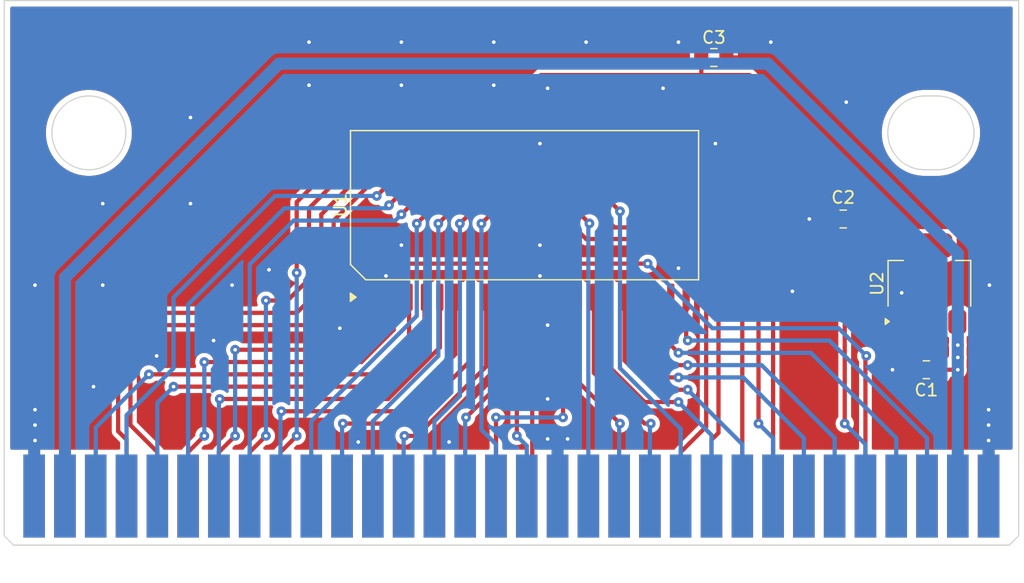
<source format=kicad_pcb>
(kicad_pcb (version 20241229) (generator "pcbnew") (generator_version "9.0")
  (title_block (title "SEGA MD Cart SOP") (date "2026-02-10") (company "JRBVZ"))
  (layers (0 "F.Cu" signal) (2 "B.Cu" signal) (13 "F.Paste" user) (15 "B.Paste" user) (5 "F.SilkS" user "F.Silkscreen") (7 "B.SilkS" user "B.Silkscreen") (1 "F.Mask" user) (3 "B.Mask" user) (25 "Edge.Cuts" user))
  (net 0 "")
  (net 1 "+5V")
  (net 2 "/A8")
  (net 3 "/A9")
  (net 4 "/A17")
  (net 5 "/D15")
  (net 6 "/D14")
  (net 7 "/D13")
  (net 8 "/D12")
  (net 9 "/A7")
  (net 10 "/A10")
  (net 11 "/A6")
  (net 12 "/A11")
  (net 13 "/A5")
  (net 14 "/A12")
  (net 15 "/A4")
  (net 16 "/A13")
  (net 17 "/A3")
  (net 18 "/A14")
  (net 19 "/A2")
  (net 20 "/A15")
  (net 21 "/A1")
  (net 22 "/A16")
  (net 23 "/D7")
  (net 24 "/D0")
  (net 25 "/D8")
  (net 26 "/D6")
  (net 27 "/D1")
  (net 28 "/D9")
  (net 29 "/D5")
  (net 30 "/D2")
  (net 31 "/D10")
  (net 32 "/D4")
  (net 33 "/D3")
  (net 34 "/D11")
  (net 35 "/A18")
  (net 36 "GND")
  (net 37 "/A19")
  (net 38 "/A20")
  (net 39 "+3.3V")
  (net 40 "/~{OE}")
  (net 45 "/~{CE}")
  (net 59 "/~{WE}")
  (net 60 "/A21")
  (footprint "Package_TO_SOT_SMD:SOT-223-3_TabPin2" (layer "F.Cu") (at 124.714 78.486 90)
    (property "Reference" "U2" (at 0 -4.318 90) (layer "F.SilkS"))
    (property "Value" "AMS1117-3.3")
    (fp_line (start 1.91 -3.41) (end 1.91 -2.15) (stroke (width 0.12)) (layer "F.SilkS"))
    (fp_line (start -1.85 -3.41) (end 1.91 -3.41) (stroke (width 0.12)) (layer "F.SilkS"))
    (fp_line (start 1.91 3.41) (end 1.91 2.15) (stroke (width 0.12)) (layer "F.SilkS"))
    (fp_line (start -1.85 3.41) (end 1.91 3.41) (stroke (width 0.12)) (layer "F.SilkS"))
    (fp_poly (pts (xy -3.13 -3.31) (xy -3.37 -3.64) (xy -2.89 -3.64) (xy -3.13 -3.31)) (stroke (width 0.12)) (fill yes) (layer "F.SilkS"))
    (pad "1" smd roundrect (at -3.15 -2.3 90) (size 2 1.5) (layers "F.Cu" "F.Mask" "F.Paste") (net 36 "GND"))
    (pad "2" smd roundrect (at -3.15 0 90) (size 2 1.5) (layers "F.Cu" "F.Mask" "F.Paste") (net 39 "+3.3V"))
    (pad "2" smd roundrect (at 3.15 0 90) (size 2 3.8) (layers "F.Cu" "F.Mask" "F.Paste") (net 39 "+3.3V"))
    (pad "3" smd roundrect (at -3.15 2.3 90) (size 2 1.5) (layers "F.Cu" "F.Mask" "F.Paste") (net 1 "+5V"))
  )
  (footprint "Capacitor_SMD:C_0805_2012Metric_Pad1.18x1.45mm_HandSolder" (layer "F.Cu") (at 124.46 85.598 180)
    (property "Reference" "C1" (at 0 -1.68 0) (layer "F.SilkS"))
    (property "Value" "10uF")
    (fp_line (start -0.261252 0.735) (end 0.261252 0.735) (stroke (width 0.12)) (layer "F.SilkS"))
    (fp_line (start -0.261252 -0.735) (end 0.261252 -0.735) (stroke (width 0.12)) (layer "F.SilkS"))
    (pad "1" smd roundrect (at -1.0375 0 180) (size 1.175 1.45) (layers "F.Cu" "F.Mask" "F.Paste") (roundrect_rratio 0.212766) (net 1 "+5V"))
    (pad "2" smd roundrect (at 1.0375 0 180) (size 1.175 1.45) (layers "F.Cu" "F.Mask" "F.Paste") (roundrect_rratio 0.212766) (net 36 "GND"))
  )
  (footprint "SEGA-Cart_lib:SOP-44_P1.27mm_HandSolder" (layer "F.Cu") (at 91.313 72.009 90)
    (property "Reference" "U1" (at 0 -15.2 90) (layer "F.SilkS"))
    (property "Value" "MX29L3211")
    (fp_line (start 6.16 -14.36) (end 6.16 14.36) (stroke (width 0.12)) (layer "F.SilkS"))
    (fp_line (start -4.9 -14.36) (end 6.16 -14.36) (stroke (width 0.12)) (layer "F.SilkS"))
    (fp_line (start -6.16 -13.1) (end -4.9 -14.36) (stroke (width 0.12)) (layer "F.SilkS"))
    (fp_line (start 6.16 14.36) (end -6.16 14.36) (stroke (width 0.12)) (layer "F.SilkS"))
    (fp_line (start -6.16 14.36) (end -6.16 -13.1) (stroke (width 0.12)) (layer "F.SilkS"))
    (fp_poly (pts (xy -7.6 -13.9) (xy -7.94 -14.37) (xy -7.26 -14.37)) (stroke (width 0.12)) (fill yes) (layer "F.SilkS"))
    (pad "1" smd roundrect (at -7.6 -13.335 90) (size 2.25 0.6) (layers "F.Cu" "F.Mask" "F.Paste") (net 59 "/~{WE}"))
    (pad "2" smd roundrect (at -7.6 -12.065 90) (size 2.25 0.6) (layers "F.Cu" "F.Mask" "F.Paste") (net 37 "/A19"))
    (pad "3" smd roundrect (at -7.6 -10.795 90) (size 2.25 0.6) (layers "F.Cu" "F.Mask" "F.Paste") (net 35 "/A18"))
    (pad "4" smd roundrect (at -7.6 -9.525 90) (size 2.25 0.6) (layers "F.Cu" "F.Mask" "F.Paste") (net 2 "/A8"))
    (pad "5" smd roundrect (at -7.6 -8.255 90) (size 2.25 0.6) (layers "F.Cu" "F.Mask" "F.Paste") (net 9 "/A7"))
    (pad "6" smd roundrect (at -7.6 -6.985 90) (size 2.25 0.6) (layers "F.Cu" "F.Mask" "F.Paste") (net 11 "/A6"))
    (pad "7" smd roundrect (at -7.6 -5.715 90) (size 2.25 0.6) (layers "F.Cu" "F.Mask" "F.Paste") (net 13 "/A5"))
    (pad "8" smd roundrect (at -7.6 -4.445 90) (size 2.25 0.6) (layers "F.Cu" "F.Mask" "F.Paste") (net 15 "/A4"))
    (pad "9" smd roundrect (at -7.6 -3.175 90) (size 2.25 0.6) (layers "F.Cu" "F.Mask" "F.Paste") (net 17 "/A3"))
    (pad "10" smd roundrect (at -7.6 -1.905 90) (size 2.25 0.6) (layers "F.Cu" "F.Mask" "F.Paste") (net 19 "/A2"))
    (pad "11" smd roundrect (at -7.6 -0.635 90) (size 2.25 0.6) (layers "F.Cu" "F.Mask" "F.Paste") (net 21 "/A1"))
    (pad "12" smd roundrect (at -7.6 0.635 90) (size 2.25 0.6) (layers "F.Cu" "F.Mask" "F.Paste") (net 45 "/~{CE}"))
    (pad "13" smd roundrect (at -7.6 1.905 90) (size 2.25 0.6) (layers "F.Cu" "F.Mask" "F.Paste") (net 36 "GND"))
    (pad "14" smd roundrect (at -7.6 3.175 90) (size 2.25 0.6) (layers "F.Cu" "F.Mask" "F.Paste") (net 40 "/~{OE}"))
    (pad "15" smd roundrect (at -7.6 4.445 90) (size 2.25 0.6) (layers "F.Cu" "F.Mask" "F.Paste") (net 24 "/D0"))
    (pad "16" smd roundrect (at -7.6 5.715 90) (size 2.25 0.6) (layers "F.Cu" "F.Mask" "F.Paste") (net 25 "/D8"))
    (pad "17" smd roundrect (at -7.6 6.985 90) (size 2.25 0.6) (layers "F.Cu" "F.Mask" "F.Paste") (net 27 "/D1"))
    (pad "18" smd roundrect (at -7.6 8.255 90) (size 2.25 0.6) (layers "F.Cu" "F.Mask" "F.Paste") (net 28 "/D9"))
    (pad "19" smd roundrect (at -7.6 9.525 90) (size 2.25 0.6) (layers "F.Cu" "F.Mask" "F.Paste") (net 30 "/D2"))
    (pad "20" smd roundrect (at -7.6 10.795 90) (size 2.25 0.6) (layers "F.Cu" "F.Mask" "F.Paste") (net 31 "/D10"))
    (pad "21" smd roundrect (at -7.6 12.065 90) (size 2.25 0.6) (layers "F.Cu" "F.Mask" "F.Paste") (net 33 "/D3"))
    (pad "22" smd roundrect (at -7.6 13.335 90) (size 2.25 0.6) (layers "F.Cu" "F.Mask" "F.Paste") (net 34 "/D11"))
    (pad "23" smd roundrect (at 7.6 13.335 90) (size 2.25 0.6) (layers "F.Cu" "F.Mask" "F.Paste") (net 39 "+3.3V"))
    (pad "24" smd roundrect (at 7.6 12.065 90) (size 2.25 0.6) (layers "F.Cu" "F.Mask" "F.Paste") (net 32 "/D4"))
    (pad "25" smd roundrect (at 7.6 10.795 90) (size 2.25 0.6) (layers "F.Cu" "F.Mask" "F.Paste") (net 8 "/D12"))
    (pad "26" smd roundrect (at 7.6 9.525 90) (size 2.25 0.6) (layers "F.Cu" "F.Mask" "F.Paste") (net 29 "/D5"))
    (pad "27" smd roundrect (at 7.6 8.255 90) (size 2.25 0.6) (layers "F.Cu" "F.Mask" "F.Paste") (net 7 "/D13"))
    (pad "28" smd roundrect (at 7.6 6.985 90) (size 2.25 0.6) (layers "F.Cu" "F.Mask" "F.Paste") (net 26 "/D6"))
    (pad "29" smd roundrect (at 7.6 5.715 90) (size 2.25 0.6) (layers "F.Cu" "F.Mask" "F.Paste") (net 6 "/D14"))
    (pad "30" smd roundrect (at 7.6 4.445 90) (size 2.25 0.6) (layers "F.Cu" "F.Mask" "F.Paste") (net 23 "/D7"))
    (pad "31" smd roundrect (at 7.6 3.175 90) (size 2.25 0.6) (layers "F.Cu" "F.Mask" "F.Paste") (net 5 "/D15"))
    (pad "32" smd roundrect (at 7.6 1.905 90) (size 2.25 0.6) (layers "F.Cu" "F.Mask" "F.Paste") (net 36 "GND"))
    (pad "33" smd roundrect (at 7.6 0.635 90) (size 2.25 0.6) (layers "F.Cu" "F.Mask" "F.Paste") (net 39 "+3.3V"))
    (pad "34" smd roundrect (at 7.6 -0.635 90) (size 2.25 0.6) (layers "F.Cu" "F.Mask" "F.Paste") (net 4 "/A17"))
    (pad "35" smd roundrect (at 7.6 -1.905 90) (size 2.25 0.6) (layers "F.Cu" "F.Mask" "F.Paste") (net 22 "/A16"))
    (pad "36" smd roundrect (at 7.6 -3.175 90) (size 2.25 0.6) (layers "F.Cu" "F.Mask" "F.Paste") (net 20 "/A15"))
    (pad "37" smd roundrect (at 7.6 -4.445 90) (size 2.25 0.6) (layers "F.Cu" "F.Mask" "F.Paste") (net 18 "/A14"))
    (pad "38" smd roundrect (at 7.6 -5.715 90) (size 2.25 0.6) (layers "F.Cu" "F.Mask" "F.Paste") (net 16 "/A13"))
    (pad "39" smd roundrect (at 7.6 -6.985 90) (size 2.25 0.6) (layers "F.Cu" "F.Mask" "F.Paste") (net 14 "/A12"))
    (pad "40" smd roundrect (at 7.6 -8.255 90) (size 2.25 0.6) (layers "F.Cu" "F.Mask" "F.Paste") (net 12 "/A11"))
    (pad "41" smd roundrect (at 7.6 -9.525 90) (size 2.25 0.6) (layers "F.Cu" "F.Mask" "F.Paste") (net 10 "/A10"))
    (pad "42" smd roundrect (at 7.6 -10.795 90) (size 2.25 0.6) (layers "F.Cu" "F.Mask" "F.Paste") (net 3 "/A9"))
    (pad "43" smd roundrect (at 7.6 -12.065 90) (size 2.25 0.6) (layers "F.Cu" "F.Mask" "F.Paste") (net 38 "/A20"))
    (pad "44" smd roundrect (at 7.6 -13.335 90) (size 2.25 0.6) (layers "F.Cu" "F.Mask" "F.Paste") (net 60 "/A21"))
  )
  (footprint "Capacitor_SMD:C_0805_2012Metric_Pad1.18x1.45mm_HandSolder" (layer "F.Cu") (at 117.602 73.152 180)
    (property "Reference" "C2" (at 0 1.778 0) (layer "F.SilkS"))
    (property "Value" "1uF")
    (fp_line (start -0.261252 0.735) (end 0.261252 0.735) (stroke (width 0.12)) (layer "F.SilkS"))
    (fp_line (start -0.261252 -0.735) (end 0.261252 -0.735) (stroke (width 0.12)) (layer "F.SilkS"))
    (pad "1" smd roundrect (at -1.0375 0 180) (size 1.175 1.45) (layers "F.Cu" "F.Mask" "F.Paste") (roundrect_rratio 0.212766) (net 39 "+3.3V"))
    (pad "2" smd roundrect (at 1.0375 0 180) (size 1.175 1.45) (layers "F.Cu" "F.Mask" "F.Paste") (roundrect_rratio 0.212766) (net 36 "GND"))
  )
  (footprint "Capacitor_SMD:C_0805_2012Metric_Pad1.18x1.45mm_HandSolder" (layer "F.Cu") (at 106.934 59.817 180)
    (property "Reference" "C3" (at 0 1.651 0) (layer "F.SilkS"))
    (property "Value" "100nF")
    (fp_line (start -0.261252 0.735) (end 0.261252 0.735) (stroke (width 0.12)) (layer "F.SilkS"))
    (fp_line (start -0.261252 -0.735) (end 0.261252 -0.735) (stroke (width 0.12)) (layer "F.SilkS"))
    (pad "1" smd roundrect (at -1.0375 0 180) (size 1.175 1.45) (layers "F.Cu" "F.Mask" "F.Paste") (roundrect_rratio 0.212766) (net 36 "GND"))
    (pad "2" smd roundrect (at 1.0375 0 180) (size 1.175 1.45) (layers "F.Cu" "F.Mask" "F.Paste") (roundrect_rratio 0.212766) (net 39 "+3.3V"))
  )
  (footprint "SEGA-Cart_lib:SEGA_Connector" (layer "F.Cu") (at 50.858 96.029)
    (property "Reference" "J1" (hide yes))
    (property "Value" "SEGA_Connector")
    (pad "A1" connect rect (at 0 0) (size 1.78 6.858) (layers "B.Cu" "B.Mask") (net 36 "GND"))
    (pad "A2" connect rect (at 2.54 0) (size 1.78 6.858) (layers "B.Cu" "B.Mask") (net 1 "+5V"))
    (pad "A3" connect rect (at 5.08 0) (size 1.78 6.858) (layers "B.Cu" "B.Mask") (net 2 "/A8"))
    (pad "A4" connect rect (at 7.62 0) (size 1.78 6.858) (layers "B.Cu" "B.Mask") (net 12 "/A11"))
    (pad "A5" connect rect (at 10.16 0) (size 1.78 6.858) (layers "B.Cu" "B.Mask") (net 9 "/A7"))
    (pad "A6" connect rect (at 12.7 0) (size 1.78 6.858) (layers "B.Cu" "B.Mask") (net 14 "/A12"))
    (pad "A7" connect rect (at 15.24 0) (size 1.78 6.858) (layers "B.Cu" "B.Mask") (net 11 "/A6"))
    (pad "A8" connect rect (at 17.78 0) (size 1.78 6.858) (layers "B.Cu" "B.Mask") (net 16 "/A13"))
    (pad "A9" connect rect (at 20.32 0) (size 1.78 6.858) (layers "B.Cu" "B.Mask") (net 13 "/A5"))
    (pad "A10" connect rect (at 22.86 0) (size 1.78 6.858) (layers "B.Cu" "B.Mask") (net 18 "/A14"))
    (pad "A11" connect rect (at 25.4 0) (size 1.78 6.858) (layers "B.Cu" "B.Mask") (net 15 "/A4"))
    (pad "A12" connect rect (at 27.94 0) (size 1.78 6.858) (layers "B.Cu" "B.Mask") (net 20 "/A15"))
    (pad "A13" connect rect (at 30.48 0) (size 1.78 6.858) (layers "B.Cu" "B.Mask") (net 17 "/A3"))
    (pad "A14" connect rect (at 33.02 0) (size 1.78 6.858) (layers "B.Cu" "B.Mask") (net 22 "/A16"))
    (pad "A15" connect rect (at 35.56 0) (size 1.78 6.858) (layers "B.Cu" "B.Mask") (net 19 "/A2"))
    (pad "A16" connect rect (at 38.1 0) (size 1.78 6.858) (layers "B.Cu" "B.Mask") (net 4 "/A17"))
    (pad "A17" connect rect (at 40.64 0) (size 1.78 6.858) (layers "B.Cu" "B.Mask") (net 21 "/A1"))
    (pad "A18" connect rect (at 43.18 0) (size 1.78 6.858) (layers "B.Cu" "B.Mask") (net 36 "GND"))
    (pad "A19" connect rect (at 45.72 0) (size 1.78 6.858) (layers "B.Cu" "B.Mask") (net 23 "/D7"))
    (pad "A20" connect rect (at 48.26 0) (size 1.78 6.858) (layers "B.Cu" "B.Mask") (net 24 "/D0"))
    (pad "A21" connect rect (at 50.8 0) (size 1.78 6.858) (layers "B.Cu" "B.Mask") (net 25 "/D8"))
    (pad "A22" connect rect (at 53.34 0) (size 1.78 6.858) (layers "B.Cu" "B.Mask") (net 26 "/D6"))
    (pad "A23" connect rect (at 55.88 0) (size 1.78 6.858) (layers "B.Cu" "B.Mask") (net 27 "/D1"))
    (pad "A24" connect rect (at 58.42 0) (size 1.78 6.858) (layers "B.Cu" "B.Mask") (net 28 "/D9"))
    (pad "A25" connect rect (at 60.96 0) (size 1.78 6.858) (layers "B.Cu" "B.Mask") (net 29 "/D5"))
    (pad "A26" connect rect (at 63.5 0) (size 1.78 6.858) (layers "B.Cu" "B.Mask") (net 30 "/D2"))
    (pad "A27" connect rect (at 66.04 0) (size 1.78 6.858) (layers "B.Cu" "B.Mask") (net 31 "/D10"))
    (pad "A28" connect rect (at 68.58 0) (size 1.78 6.858) (layers "B.Cu" "B.Mask") (net 32 "/D4"))
    (pad "A29" connect rect (at 71.12 0) (size 1.78 6.858) (layers "B.Cu" "B.Mask") (net 33 "/D3"))
    (pad "A30" connect rect (at 73.66 0) (size 1.78 6.858) (layers "B.Cu" "B.Mask") (net 34 "/D11"))
    (pad "A31" connect rect (at 76.2 0) (size 1.78 6.858) (layers "B.Cu" "B.Mask") (net 1 "+5V"))
    (pad "A32" connect rect (at 78.74 0) (size 1.78 6.858) (layers "B.Cu" "B.Mask") (net 36 "GND"))
    (pad "B1" connect rect (at 0 0) (size 1.78 6.858) (layers "F.Cu" "F.Mask"))
    (pad "B2" connect rect (at 2.54 0) (size 1.78 6.858) (layers "F.Cu" "F.Mask"))
    (pad "B3" connect rect (at 5.08 0) (size 1.78 6.858) (layers "F.Cu" "F.Mask"))
    (pad "B4" connect rect (at 7.62 0) (size 1.78 6.858) (layers "F.Cu" "F.Mask") (net 3 "/A9"))
    (pad "B5" connect rect (at 10.16 0) (size 1.78 6.858) (layers "F.Cu" "F.Mask") (net 10 "/A10"))
    (pad "B6" connect rect (at 12.7 0) (size 1.78 6.858) (layers "F.Cu" "F.Mask") (net 35 "/A18"))
    (pad "B7" connect rect (at 15.24 0) (size 1.78 6.858) (layers "F.Cu" "F.Mask") (net 37 "/A19"))
    (pad "B8" connect rect (at 17.78 0) (size 1.78 6.858) (layers "F.Cu" "F.Mask") (net 38 "/A20"))
    (pad "B9" connect rect (at 20.32 0) (size 1.78 6.858) (layers "F.Cu" "F.Mask") (net 60 "/A21"))
    (pad "B10" connect rect (at 22.86 0) (size 1.78 6.858) (layers "F.Cu" "F.Mask"))
    (pad "B11" connect rect (at 25.4 0) (size 1.78 6.858) (layers "F.Cu" "F.Mask"))
    (pad "B12" connect rect (at 27.94 0) (size 1.78 6.858) (layers "F.Cu" "F.Mask"))
    (pad "B13" connect rect (at 30.48 0) (size 1.78 6.858) (layers "F.Cu" "F.Mask"))
    (pad "B14" connect rect (at 33.02 0) (size 1.78 6.858) (layers "F.Cu" "F.Mask"))
    (pad "B15" connect rect (at 35.56 0) (size 1.78 6.858) (layers "F.Cu" "F.Mask"))
    (pad "B16" connect rect (at 38.1 0) (size 1.78 6.858) (layers "F.Cu" "F.Mask") (net 40 "/~{OE}"))
    (pad "B17" connect rect (at 40.64 0) (size 1.78 6.858) (layers "F.Cu" "F.Mask") (net 45 "/~{CE}"))
    (pad "B18" connect rect (at 43.18 0) (size 1.78 6.858) (layers "F.Cu" "F.Mask"))
    (pad "B19" connect rect (at 45.72 0) (size 1.78 6.858) (layers "F.Cu" "F.Mask"))
    (pad "B20" connect rect (at 48.26 0) (size 1.78 6.858) (layers "F.Cu" "F.Mask"))
    (pad "B21" connect rect (at 50.8 0) (size 1.78 6.858) (layers "F.Cu" "F.Mask"))
    (pad "B22" connect rect (at 53.34 0) (size 1.78 6.858) (layers "F.Cu" "F.Mask") (net 5 "/D15"))
    (pad "B23" connect rect (at 55.88 0) (size 1.78 6.858) (layers "F.Cu" "F.Mask") (net 6 "/D14"))
    (pad "B24" connect rect (at 58.42 0) (size 1.78 6.858) (layers "F.Cu" "F.Mask") (net 7 "/D13"))
    (pad "B25" connect rect (at 60.96 0) (size 1.78 6.858) (layers "F.Cu" "F.Mask") (net 8 "/D12"))
    (pad "B26" connect rect (at 63.5 0) (size 1.78 6.858) (layers "F.Cu" "F.Mask"))
    (pad "B27" connect rect (at 66.04 0) (size 1.78 6.858) (layers "F.Cu" "F.Mask"))
    (pad "B28" connect rect (at 68.58 0) (size 1.78 6.858) (layers "F.Cu" "F.Mask") (net 59 "/~{WE}"))
    (pad "B29" connect rect (at 71.12 0) (size 1.78 6.858) (layers "F.Cu" "F.Mask"))
    (pad "B30" connect rect (at 73.66 0) (size 1.78 6.858) (layers "F.Cu" "F.Mask"))
    (pad "B31" connect rect (at 76.2 0) (size 1.78 6.858) (layers "F.Cu" "F.Mask"))
    (pad "B32" connect rect (at 78.74 0) (size 1.78 6.858) (layers "F.Cu" "F.Mask") (net 36 "GND"))
  )
  (gr_circle (center 55.372 66.04) (end 52.324 66.04) (stroke (width 0.1)) (fill no) (layer "Edge.Cuts"))
  (gr_arc (start 124.333 69.088) (mid 121.285 66.04) (end 124.333 62.992) (stroke (width 0.1)) (layer "Edge.Cuts"))
  (gr_line (start 48.387 55.118) (end 132.08 55.118) (stroke (width 0.1)) (layer "Edge.Cuts"))
  (gr_line (start 131.318 100.076) (end 132.08 99.314) (stroke (width 0.1)) (layer "Edge.Cuts"))
  (gr_line (start 48.387 99.314) (end 48.387 55.118) (stroke (width 0.1)) (layer "Edge.Cuts"))
  (gr_line (start 132.08 55.118) (end 132.08 99.314) (stroke (width 0.1)) (layer "Edge.Cuts"))
  (gr_arc (start 125.349 62.992) (mid 128.397 66.04) (end 125.349 69.088) (stroke (width 0.1)) (layer "Edge.Cuts"))
  (gr_line (start 124.333 69.088) (end 125.349 69.088) (stroke (width 0.1)) (layer "Edge.Cuts"))
  (gr_line (start 131.318 100.076) (end 49.149 100.076) (stroke (width 0.1)) (layer "Edge.Cuts"))
  (gr_line (start 125.349 62.992) (end 124.333 62.992) (stroke (width 0.1)) (layer "Edge.Cuts"))
  (gr_line (start 49.149 100.076) (end 48.387 99.314) (stroke (width 0.1)) (layer "Edge.Cuts"))
  (segment (start 125.4975 85.598) (end 127.058 85.598) (width 0.35) (layer "F.Cu") (net 1))
  (segment (start 127.058 81.68) (end 127.014 81.636) (width 1) (layer "F.Cu") (net 1))
  (segment (start 127.058 85.598) (end 127.058 81.68) (width 0.75) (layer "F.Cu") (net 1))
  (via (at 127.058 84.582) (size 0.8) (drill 0.3) (layers "F.Cu" "B.Cu") (net 1))
  (via (at 127.058 83.566) (size 0.8) (drill 0.3) (layers "F.Cu" "B.Cu") (net 1))
  (via (at 127.058 85.598) (size 0.8) (drill 0.3) (layers "F.Cu" "B.Cu") (net 1))
  (segment (start 111.379 60.325) (end 71.06 60.325) (width 1) (layer "B.Cu") (net 1))
  (segment (start 71.06 60.325) (end 53.398 77.987) (width 1) (layer "B.Cu") (net 1))
  (segment (start 127.058 85.598) (end 127.058 96.029) (width 1) (layer "B.Cu") (net 1))
  (segment (start 127.058 83.566) (end 127.058 84.582) (width 1) (layer "B.Cu") (net 1))
  (segment (start 127.058 76.004) (end 111.379 60.325) (width 1) (layer "B.Cu") (net 1))
  (segment (start 127.058 84.582) (end 127.058 85.598) (width 1) (layer "B.Cu") (net 1))
  (segment (start 127.058 83.566) (end 127.058 76.004) (width 1) (layer "B.Cu") (net 1))
  (segment (start 53.398 77.987) (end 53.398 96.029) (width 1) (layer "B.Cu") (net 1))
  (segment (start 78.613 85.979) (end 81.788 82.804) (width 0.35) (layer "F.Cu") (net 2))
  (segment (start 81.788 82.804) (end 81.788 79.609) (width 0.35) (layer "F.Cu") (net 2))
  (segment (start 60.325 85.979) (end 78.613 85.979) (width 0.35) (layer "F.Cu") (net 2))
  (via (at 60.325 85.979) (size 0.8) (drill 0.3) (layers "F.Cu" "B.Cu") (net 2))
  (segment (start 60.325 85.979) (end 55.938 90.366) (width 0.35) (layer "B.Cu") (net 2))
  (segment (start 55.938 90.366) (end 55.938 96.029) (width 0.35) (layer "B.Cu") (net 2))
  (segment (start 58.478 96.029) (end 58.478 91.371) (width 0.35) (layer "F.Cu") (net 3))
  (segment (start 72.517 80.899) (end 74.549 78.867) (width 0.35) (layer "F.Cu") (net 3))
  (segment (start 61.087 80.899) (end 72.517 80.899) (width 0.35) (layer "F.Cu") (net 3))
  (segment (start 57.785 90.678) (end 57.785 84.201) (width 0.35) (layer "F.Cu") (net 3))
  (segment (start 74.549 72.771) (end 80.518 66.802) (width 0.35) (layer "F.Cu") (net 3))
  (segment (start 58.478 91.371) (end 57.785 90.678) (width 0.35) (layer "F.Cu") (net 3))
  (segment (start 57.785 84.201) (end 61.087 80.899) (width 0.35) (layer "F.Cu") (net 3))
  (segment (start 74.549 78.867) (end 74.549 72.771) (width 0.35) (layer "F.Cu") (net 3))
  (segment (start 80.518 66.802) (end 80.518 64.409) (width 0.35) (layer "F.Cu") (net 3))
  (segment (start 90.678 64.409) (end 90.678 70.612) (width 0.35) (layer "F.Cu") (net 4))
  (segment (start 90.678 70.612) (end 87.757 73.533) (width 0.35) (layer "F.Cu") (net 4))
  (via (at 87.757 73.533) (size 0.8) (drill 0.3) (layers "F.Cu" "B.Cu") (net 4))
  (segment (start 87.757 73.533) (end 87.757 90.551) (width 0.35) (layer "B.Cu") (net 4))
  (segment (start 87.757 90.551) (end 88.958 91.752) (width 0.35) (layer "B.Cu") (net 4))
  (segment (start 88.958 91.752) (end 88.958 96.029) (width 0.35) (layer "B.Cu") (net 4))
  (segment (start 104.198 96.029) (end 104.198 92.398) (width 0.35) (layer "F.Cu") (net 5))
  (segment (start 96.393 74.803) (end 94.488 72.898) (width 0.35) (layer "F.Cu") (net 5))
  (segment (start 103.378 74.803) (end 96.393 74.803) (width 0.35) (layer "F.Cu") (net 5))
  (segment (start 94.488 72.898) (end 94.488 64.409) (width 0.35) (layer "F.Cu") (net 5))
  (segment (start 106.299 90.297) (end 106.299 77.724) (width 0.35) (layer "F.Cu") (net 5))
  (segment (start 106.299 77.724) (end 103.378 74.803) (width 0.35) (layer "F.Cu") (net 5))
  (segment (start 104.198 92.398) (end 106.299 90.297) (width 0.35) (layer "F.Cu") (net 5))
  (segment (start 97.028 72.136) (end 97.028 64.409) (width 0.35) (layer "F.Cu") (net 6))
  (segment (start 107.315 77.089) (end 104.074 73.848) (width 0.35) (layer "F.Cu") (net 6))
  (segment (start 106.738 91.382) (end 107.315 90.805) (width 0.35) (layer "F.Cu") (net 6))
  (segment (start 98.74 73.848) (end 97.028 72.136) (width 0.35) (layer "F.Cu") (net 6))
  (segment (start 107.315 90.805) (end 107.315 77.089) (width 0.35) (layer "F.Cu") (net 6))
  (segment (start 106.738 96.029) (end 106.738 91.382) (width 0.35) (layer "F.Cu") (net 6))
  (segment (start 104.074 73.848) (end 98.74 73.848) (width 0.35) (layer "F.Cu") (net 6))
  (segment (start 109.278 77.298636) (end 109.278 96.029) (width 0.35) (layer "F.Cu") (net 7))
  (segment (start 99.568 67.588636) (end 109.278 77.298636) (width 0.35) (layer "F.Cu") (net 7))
  (segment (start 99.568 64.409) (end 99.568 67.588636) (width 0.35) (layer "F.Cu") (net 7))
  (segment (start 102.108 64.409) (end 102.108 67.056) (width 0.35) (layer "F.Cu") (net 8))
  (segment (start 111.818 76.766) (end 111.818 96.029) (width 0.35) (layer "F.Cu") (net 8))
  (segment (start 102.108 67.056) (end 111.818 76.766) (width 0.35) (layer "F.Cu") (net 8))
  (segment (start 79.375 86.995) (end 83.058 83.312) (width 0.35) (layer "F.Cu") (net 9))
  (segment (start 83.058 83.312) (end 83.058 79.609) (width 0.35) (layer "F.Cu") (net 9))
  (segment (start 62.357 86.995) (end 79.375 86.995) (width 0.35) (layer "F.Cu") (net 9))
  (via (at 62.357 86.995) (size 0.8) (drill 0.3) (layers "F.Cu" "B.Cu") (net 9))
  (segment (start 61.018 88.334) (end 61.018 96.029) (width 0.35) (layer "B.Cu") (net 9))
  (segment (start 62.357 86.995) (end 61.018 88.334) (width 0.35) (layer "B.Cu") (net 9))
  (segment (start 61.018 92.387) (end 58.801 90.17) (width 0.35) (layer "F.Cu") (net 10))
  (segment (start 75.565 73.279) (end 81.788 67.056) (width 0.35) (layer "F.Cu") (net 10))
  (segment (start 73.279 81.915) (end 75.565 79.629) (width 0.35) (layer "F.Cu") (net 10))
  (segment (start 75.565 79.629) (end 75.565 73.279) (width 0.35) (layer "F.Cu") (net 10))
  (segment (start 58.801 84.709) (end 61.595 81.915) (width 0.35) (layer "F.Cu") (net 10))
  (segment (start 58.801 90.17) (end 58.801 84.709) (width 0.35) (layer "F.Cu") (net 10))
  (segment (start 81.788 67.056) (end 81.788 64.409) (width 0.35) (layer "F.Cu") (net 10))
  (segment (start 61.018 96.029) (end 61.018 92.387) (width 0.35) (layer "F.Cu") (net 10))
  (segment (start 61.595 81.915) (end 73.279 81.915) (width 0.35) (layer "F.Cu") (net 10))
  (segment (start 84.328 83.7565) (end 84.328 79.609) (width 0.35) (layer "F.Cu") (net 11))
  (segment (start 66.167 88.011) (end 80.0735 88.011) (width 0.35) (layer "F.Cu") (net 11))
  (segment (start 80.0735 88.011) (end 84.328 83.7565) (width 0.35) (layer "F.Cu") (net 11))
  (via (at 66.167 88.011) (size 0.8) (drill 0.3) (layers "F.Cu" "B.Cu") (net 11))
  (segment (start 66.167 88.011) (end 66.098 88.08) (width 0.35) (layer "B.Cu") (net 11))
  (segment (start 66.098 88.08) (end 66.098 96.029) (width 0.35) (layer "B.Cu") (net 11))
  (segment (start 79.121 71.247) (end 83.058 67.31) (width 0.35) (layer "F.Cu") (net 12))
  (segment (start 83.058 67.31) (end 83.058 64.409) (width 0.35) (layer "F.Cu") (net 12))
  (via (at 79.121 71.247) (size 0.8) (drill 0.3) (layers "F.Cu" "B.Cu") (net 12))
  (segment (start 58.478 89.35) (end 58.478 96.029) (width 0.35) (layer "B.Cu") (net 12))
  (segment (start 79.121 71.247) (end 70.739 71.247) (width 0.35) (layer "B.Cu") (net 12))
  (segment (start 70.739 71.247) (end 62.357 79.629) (width 0.35) (layer "B.Cu") (net 12))
  (segment (start 62.357 79.629) (end 62.357 85.471) (width 0.35) (layer "B.Cu") (net 12))
  (segment (start 62.357 85.471) (end 58.478 89.35) (width 0.35) (layer "B.Cu") (net 12))
  (segment (start 80.899 89.027) (end 85.598 84.328) (width 0.35) (layer "F.Cu") (net 13))
  (segment (start 85.598 84.328) (end 85.598 79.609) (width 0.35) (layer "F.Cu") (net 13))
  (segment (start 71.247 89.027) (end 80.899 89.027) (width 0.35) (layer "F.Cu") (net 13))
  (via (at 71.247 89.027) (size 0.8) (drill 0.3) (layers "F.Cu" "B.Cu") (net 13))
  (segment (start 71.247 89.027) (end 71.178 89.096) (width 0.35) (layer "B.Cu") (net 13))
  (segment (start 71.178 89.096) (end 71.178 96.029) (width 0.35) (layer "B.Cu") (net 13))
  (segment (start 84.328 67.818) (end 84.328 64.409) (width 0.35) (layer "F.Cu") (net 14))
  (segment (start 80.137 72.009) (end 84.328 67.818) (width 0.35) (layer "F.Cu") (net 14))
  (via (at 80.137 72.009) (size 0.8) (drill 0.3) (layers "F.Cu" "B.Cu") (net 14))
  (segment (start 71.501 72.263) (end 63.558 80.206) (width 0.35) (layer "B.Cu") (net 14))
  (segment (start 80.137 72.009) (end 80.137 72.263) (width 0.35) (layer "B.Cu") (net 14))
  (segment (start 63.558 80.206) (end 63.558 96.029) (width 0.35) (layer "B.Cu") (net 14))
  (segment (start 80.137 72.263) (end 71.501 72.263) (width 0.35) (layer "B.Cu") (net 14))
  (segment (start 76.327 90.043) (end 81.661 90.043) (width 0.35) (layer "F.Cu") (net 15))
  (segment (start 81.661 90.043) (end 86.868 84.836) (width 0.35) (layer "F.Cu") (net 15))
  (segment (start 86.868 84.836) (end 86.868 79.609) (width 0.35) (layer "F.Cu") (net 15))
  (via (at 76.327 90.043) (size 0.8) (drill 0.3) (layers "F.Cu" "B.Cu") (net 15))
  (segment (start 76.327 90.043) (end 76.258 90.112) (width 0.35) (layer "B.Cu") (net 15))
  (segment (start 76.258 90.112) (end 76.258 96.029) (width 0.35) (layer "B.Cu") (net 15))
  (segment (start 81.153 72.771) (end 85.598 68.326) (width 0.35) (layer "F.Cu") (net 16))
  (segment (start 85.598 68.326) (end 85.598 64.409) (width 0.35) (layer "F.Cu") (net 16))
  (via (at 81.153 72.771) (size 0.8) (drill 0.3) (layers "F.Cu" "B.Cu") (net 16))
  (segment (start 68.638 76.904) (end 68.638 96.029) (width 0.35) (layer "B.Cu") (net 16))
  (segment (start 72.263 73.279) (end 68.638 76.904) (width 0.35) (layer "B.Cu") (net 16))
  (segment (start 81.153 72.771) (end 80.645 73.279) (width 0.35) (layer "B.Cu") (net 16))
  (segment (start 80.645 73.279) (end 72.263 73.279) (width 0.35) (layer "B.Cu") (net 16))
  (segment (start 81.407 91.059) (end 82.423 91.059) (width 0.35) (layer "F.Cu") (net 17))
  (segment (start 88.138 85.344) (end 88.138 79.609) (width 0.35) (layer "F.Cu") (net 17))
  (segment (start 82.423 91.059) (end 88.138 85.344) (width 0.35) (layer "F.Cu") (net 17))
  (via (at 81.407 91.059) (size 0.8) (drill 0.3) (layers "F.Cu" "B.Cu") (net 17))
  (segment (start 81.407 91.059) (end 81.338 91.128) (width 0.35) (layer "B.Cu") (net 17))
  (segment (start 81.338 91.128) (end 81.338 96.029) (width 0.35) (layer "B.Cu") (net 17))
  (segment (start 86.868 64.409) (end 86.868 69.088) (width 0.35) (layer "F.Cu") (net 18))
  (segment (start 86.868 69.088) (end 82.423 73.533) (width 0.35) (layer "F.Cu") (net 18))
  (via (at 82.423 73.533) (size 0.8) (drill 0.3) (layers "F.Cu" "B.Cu") (net 18))
  (segment (start 82.423 81.153) (end 73.718 89.858) (width 0.35) (layer "B.Cu") (net 18))
  (segment (start 82.423 73.533) (end 82.423 81.153) (width 0.35) (layer "B.Cu") (net 18))
  (segment (start 73.718 89.858) (end 73.718 96.029) (width 0.35) (layer "B.Cu") (net 18))
  (segment (start 89.408 86.614) (end 86.487 89.535) (width 0.35) (layer "F.Cu") (net 19))
  (segment (start 89.408 79.609) (end 89.408 86.614) (width 0.35) (layer "F.Cu") (net 19))
  (via (at 86.487 89.535) (size 0.8) (drill 0.3) (layers "F.Cu" "B.Cu") (net 19))
  (segment (start 86.487 89.535) (end 86.418 89.604) (width 0.35) (layer "B.Cu") (net 19))
  (segment (start 86.418 89.604) (end 86.418 96.029) (width 0.35) (layer "B.Cu") (net 19))
  (segment (start 88.138 64.409) (end 88.138 69.596) (width 0.35) (layer "F.Cu") (net 20))
  (segment (start 88.138 69.596) (end 84.201 73.533) (width 0.35) (layer "F.Cu") (net 20))
  (via (at 84.201 73.533) (size 0.8) (drill 0.3) (layers "F.Cu" "B.Cu") (net 20))
  (segment (start 78.798 89.858) (end 78.798 96.029) (width 0.35) (layer "B.Cu") (net 20))
  (segment (start 84.201 84.455) (end 78.798 89.858) (width 0.35) (layer "B.Cu") (net 20))
  (segment (start 84.201 73.533) (end 84.201 84.455) (width 0.35) (layer "B.Cu") (net 20))
  (segment (start 90.678 79.609) (end 90.678 91.059) (width 0.35) (layer "F.Cu") (net 21))
  (via (at 90.678 91.059) (size 0.8) (drill 0.3) (layers "F.Cu" "B.Cu") (net 21))
  (segment (start 91.498 91.879) (end 91.498 96.029) (width 0.35) (layer "B.Cu") (net 21))
  (segment (start 90.678 91.059) (end 91.498 91.879) (width 0.35) (layer "B.Cu") (net 21))
  (segment (start 89.408 64.409) (end 89.408 70.104) (width 0.35) (layer "F.Cu") (net 22))
  (segment (start 89.408 70.104) (end 85.979 73.533) (width 0.35) (layer "F.Cu") (net 22))
  (via (at 85.979 73.533) (size 0.8) (drill 0.3) (layers "F.Cu" "B.Cu") (net 22))
  (segment (start 85.979 73.533) (end 85.979 87.757) (width 0.35) (layer "B.Cu") (net 22))
  (segment (start 83.878 89.858) (end 83.878 96.029) (width 0.35) (layer "B.Cu") (net 22))
  (segment (start 85.979 87.757) (end 83.878 89.858) (width 0.35) (layer "B.Cu") (net 22))
  (segment (start 95.758 72.605852) (end 96.666074 73.513926) (width 0.35) (layer "F.Cu") (net 23))
  (segment (start 95.758 64.409) (end 95.758 72.605852) (width 0.35) (layer "F.Cu") (net 23))
  (via (at 96.666074 73.513926) (size 0.8) (drill 0.3) (layers "F.Cu" "B.Cu") (net 23))
  (segment (start 96.666074 73.513926) (end 96.578 73.602) (width 0.35) (layer "B.Cu") (net 23))
  (segment (start 96.578 73.602) (end 96.578 96.029) (width 0.35) (layer "B.Cu") (net 23))
  (segment (start 95.758 86.614) (end 95.758 79.609) (width 0.35) (layer "F.Cu") (net 24))
  (segment (start 99.187 90.043) (end 95.758 86.614) (width 0.35) (layer "F.Cu") (net 24))
  (via (at 99.187 90.043) (size 0.8) (drill 0.3) (layers "F.Cu" "B.Cu") (net 24))
  (segment (start 99.118 90.112) (end 99.187 90.043) (width 0.35) (layer "B.Cu") (net 24))
  (segment (start 99.118 96.029) (end 99.118 90.112) (width 0.35) (layer "B.Cu") (net 24))
  (segment (start 97.028 85.852) (end 97.028 79.609) (width 0.35) (layer "F.Cu") (net 25))
  (segment (start 101.219 90.043) (end 97.028 85.852) (width 0.35) (layer "F.Cu") (net 25))
  (segment (start 101.727 90.043) (end 101.219 90.043) (width 0.35) (layer "F.Cu") (net 25))
  (via (at 101.727 90.043) (size 0.8) (drill 0.3) (layers "F.Cu" "B.Cu") (net 25))
  (segment (start 101.727 90.043) (end 101.658 90.112) (width 0.35) (layer "B.Cu") (net 25))
  (segment (start 101.658 90.112) (end 101.658 96.029) (width 0.35) (layer "B.Cu") (net 25))
  (segment (start 98.298 71.628) (end 98.298 64.409) (width 0.35) (layer "F.Cu") (net 26))
  (segment (start 99.187 72.517) (end 98.298 71.628) (width 0.35) (layer "F.Cu") (net 26))
  (via (at 99.187 72.517) (size 0.8) (drill 0.3) (layers "F.Cu" "B.Cu") (net 26))
  (segment (start 99.187 85.471) (end 104.198 90.482) (width 0.35) (layer "B.Cu") (net 26))
  (segment (start 99.187 72.517) (end 99.187 85.471) (width 0.35) (layer "B.Cu") (net 26))
  (segment (start 104.198 90.482) (end 104.198 96.029) (width 0.35) (layer "B.Cu") (net 26))
  (segment (start 101.219 88.265) (end 98.298 85.344) (width 0.35) (layer "F.Cu") (net 27))
  (segment (start 104.013 88.265) (end 101.219 88.265) (width 0.35) (layer "F.Cu") (net 27))
  (segment (start 98.298 85.344) (end 98.298 79.609) (width 0.35) (layer "F.Cu") (net 27))
  (via (at 104.013 88.265) (size 0.8) (drill 0.3) (layers "F.Cu" "B.Cu") (net 27))
  (segment (start 106.738 90.99) (end 106.738 96.029) (width 0.35) (layer "B.Cu") (net 27))
  (segment (start 104.013 88.265) (end 106.738 90.99) (width 0.35) (layer "B.Cu") (net 27))
  (segment (start 101.981 87.249) (end 99.568 84.836) (width 0.35) (layer "F.Cu") (net 28))
  (segment (start 104.775 87.249) (end 101.981 87.249) (width 0.35) (layer "F.Cu") (net 28))
  (segment (start 99.568 84.836) (end 99.568 79.609) (width 0.35) (layer "F.Cu") (net 28))
  (via (at 104.775 87.249) (size 0.8) (drill 0.3) (layers "F.Cu" "B.Cu") (net 28))
  (segment (start 109.278 91.752) (end 109.278 96.029) (width 0.35) (layer "B.Cu") (net 28))
  (segment (start 104.775 87.249) (end 109.278 91.752) (width 0.35) (layer "B.Cu") (net 28))
  (segment (start 110.617 90.043) (end 110.617 77.089) (width 0.35) (layer "F.Cu") (net 29))
  (segment (start 100.838 67.31) (end 100.838 64.409) (width 0.35) (layer "F.Cu") (net 29))
  (segment (start 110.617 77.089) (end 100.838 67.31) (width 0.35) (layer "F.Cu") (net 29))
  (via (at 110.617 90.043) (size 0.8) (drill 0.3) (layers "F.Cu" "B.Cu") (net 29))
  (segment (start 111.818 96.029) (end 111.818 91.244) (width 0.35) (layer "B.Cu") (net 29))
  (segment (start 111.818 91.244) (end 110.617 90.043) (width 0.35) (layer "B.Cu") (net 29))
  (segment (start 102.743 86.233) (end 100.838 84.328) (width 0.35) (layer "F.Cu") (net 30))
  (segment (start 104.013 86.233) (end 102.743 86.233) (width 0.35) (layer "F.Cu") (net 30))
  (segment (start 100.838 84.328) (end 100.838 79.609) (width 0.35) (layer "F.Cu") (net 30))
  (via (at 104.013 86.233) (size 0.8) (drill 0.3) (layers "F.Cu" "B.Cu") (net 30))
  (segment (start 109.347 86.233) (end 114.358 91.244) (width 0.35) (layer "B.Cu") (net 30))
  (segment (start 104.013 86.233) (end 109.347 86.233) (width 0.35) (layer "B.Cu") (net 30))
  (segment (start 114.358 91.244) (end 114.358 96.029) (width 0.35) (layer "B.Cu") (net 30))
  (segment (start 102.108 83.95689) (end 102.108 79.609) (width 0.35) (layer "F.Cu") (net 31))
  (segment (start 103.36811 85.217) (end 102.108 83.95689) (width 0.35) (layer "F.Cu") (net 31))
  (segment (start 104.775 85.217) (end 103.36811 85.217) (width 0.35) (layer "F.Cu") (net 31))
  (via (at 104.775 85.217) (size 0.8) (drill 0.3) (layers "F.Cu" "B.Cu") (net 31))
  (segment (start 104.775 85.217) (end 110.871 85.217) (width 0.35) (layer "B.Cu") (net 31))
  (segment (start 110.871 85.217) (end 116.898 91.244) (width 0.35) (layer "B.Cu") (net 31))
  (segment (start 116.898 91.244) (end 116.898 96.029) (width 0.35) (layer "B.Cu") (net 31))
  (segment (start 117.729 81.153) (end 103.378 66.802) (width 0.35) (layer "F.Cu") (net 32))
  (segment (start 117.729 90.043) (end 117.729 81.153) (width 0.35) (layer "F.Cu") (net 32))
  (segment (start 103.378 66.802) (end 103.378 64.409) (width 0.35) (layer "F.Cu") (net 32))
  (via (at 117.729 90.043) (size 0.8) (drill 0.3) (layers "F.Cu" "B.Cu") (net 32))
  (segment (start 119.438 91.752) (end 119.438 96.029) (width 0.35) (layer "B.Cu") (net 32))
  (segment (start 117.729 90.043) (end 119.438 91.752) (width 0.35) (layer "B.Cu") (net 32))
  (segment (start 103.378 83.566) (end 103.378 79.609) (width 0.35) (layer "F.Cu") (net 33))
  (segment (start 104.013 84.201) (end 103.378 83.566) (width 0.35) (layer "F.Cu") (net 33))
  (via (at 104.013 84.201) (size 0.8) (drill 0.3) (layers "F.Cu" "B.Cu") (net 33))
  (segment (start 114.935 84.201) (end 121.978 91.244) (width 0.35) (layer "B.Cu") (net 33))
  (segment (start 104.013 84.201) (end 114.935 84.201) (width 0.35) (layer "B.Cu") (net 33))
  (segment (start 121.978 91.244) (end 121.978 96.029) (width 0.35) (layer "B.Cu") (net 33))
  (segment (start 104.648 83.058) (end 104.775 83.185) (width 0.35) (layer "F.Cu") (net 34))
  (segment (start 104.648 79.609) (end 104.648 83.058) (width 0.35) (layer "F.Cu") (net 34))
  (via (at 104.775 83.185) (size 0.8) (drill 0.3) (layers "F.Cu" "B.Cu") (net 34))
  (segment (start 104.775 83.185) (end 116.459 83.185) (width 0.35) (layer "B.Cu") (net 34))
  (segment (start 116.459 83.185) (end 124.518 91.244) (width 0.35) (layer "B.Cu") (net 34))
  (segment (start 124.518 91.244) (end 124.518 96.029) (width 0.35) (layer "B.Cu") (net 34))
  (segment (start 77.851 84.963) (end 80.518 82.296) (width 0.35) (layer "F.Cu") (net 35))
  (segment (start 63.558 92.398) (end 63.558 96.029) (width 0.35) (layer "F.Cu") (net 35))
  (segment (start 64.897 91.059) (end 63.558 92.398) (width 0.35) (layer "F.Cu") (net 35))
  (segment (start 64.897 84.963) (end 77.851 84.963) (width 0.35) (layer "F.Cu") (net 35))
  (segment (start 80.518 82.296) (end 80.518 79.609) (width 0.35) (layer "F.Cu") (net 35))
  (via (at 64.897 84.963) (size 0.8) (drill 0.3) (layers "F.Cu" "B.Cu") (net 35))
  (via (at 64.897 91.059) (size 0.8) (drill 0.3) (layers "F.Cu" "B.Cu") (net 35))
  (segment (start 64.897 84.963) (end 64.897 91.059) (width 0.35) (layer "B.Cu") (net 35))
  (segment (start 129.598 96.029) (end 129.598 88.9) (width 1) (layer "F.Cu") (net 36))
  (via (at 104.013 77.216) (size 0.8) (drill 0.3) (layers "F.Cu" "B.Cu") (net 36))
  (via (at 94.869 91.313) (size 0.8) (drill 0.3) (layers "F.Cu" "B.Cu") (net 36))
  (via (at 56.515 71.882) (size 0.8) (drill 0.3) (layers "F.Cu" "B.Cu") (net 36))
  (via (at 93.218 88.011) (size 0.8) (drill 0.3) (layers "F.Cu" "B.Cu") (net 36))
  (via (at 63.754 64.77) (size 0.8) (drill 0.3) (layers "F.Cu" "B.Cu") (net 36))
  (via (at 113.411 79.121) (size 0.8) (drill 0.3) (layers "F.Cu" "B.Cu") (net 36))
  (via (at 50.927 91.44) (size 0.8) (drill 0.3) (layers "F.Cu" "B.Cu") (net 36))
  (via (at 122.428 79.248) (size 0.8) (drill 0.3) (layers "F.Cu" "B.Cu") (net 36))
  (via (at 92.583 66.929) (size 0.8) (drill 0.3) (layers "F.Cu" "B.Cu") (net 36))
  (via (at 129.598 90.17) (size 0.8) (drill 0.3) (layers "F.Cu" "B.Cu") (net 36))
  (via (at 50.927 78.613) (size 0.8) (drill 0.3) (layers "F.Cu" "B.Cu") (net 36))
  (via (at 73.533 58.547) (size 0.8) (drill 0.3) (layers "F.Cu" "B.Cu") (net 36))
  (via (at 129.598 91.44) (size 0.8) (drill 0.3) (layers "F.Cu" "B.Cu") (net 36))
  (via (at 79.883 77.851) (size 0.8) (drill 0.3) (layers "F.Cu" "B.Cu") (net 36))
  (via (at 104.013 58.547) (size 0.8) (drill 0.3) (layers "F.Cu" "B.Cu") (net 36))
  (via (at 50.927 90.17) (size 0.8) (drill 0.3) (layers "F.Cu" "B.Cu") (net 36))
  (via (at 93.218 81.915) (size 0.8) (drill 0.3) (layers "F.Cu" "B.Cu") (net 36))
  (via (at 96.393 58.547) (size 0.8) (drill 0.3) (layers "F.Cu" "B.Cu") (net 36))
  (via (at 111.633 58.547) (size 0.8) (drill 0.3) (layers "F.Cu" "B.Cu") (net 36))
  (via (at 60.96 84.455) (size 0.8) (drill 0.3) (layers "F.Cu" "B.Cu") (net 36))
  (via (at 129.598 88.9) (size 0.8) (drill 0.3) (layers "F.Cu" "B.Cu") (net 36))
  (via (at 85.09 91.567) (size 0.8) (drill 0.3) (layers "F.Cu" "B.Cu") (net 36))
  (via (at 88.773 58.547) (size 0.8) (drill 0.3) (layers "F.Cu" "B.Cu") (net 36))
  (via (at 107.061 66.929) (size 0.8) (drill 0.3) (layers "F.Cu" "B.Cu") (net 36))
  (via (at 65.659 83.185) (size 0.8) (drill 0.3) (layers "F.Cu" "B.Cu") (net 36))
  (via (at 70.231 77.343) (size 0.8) (drill 0.3) (layers "F.Cu" "B.Cu") (net 36))
  (via (at 50.927 88.9) (size 0.8) (drill 0.3) (layers "F.Cu" "B.Cu") (net 36))
  (via (at 76.073 82.169) (size 0.8) (drill 0.3) (layers "F.Cu" "B.Cu") (net 36))
  (via (at 129.667 78.613) (size 0.8) (drill 0.3) (layers "F.Cu" "B.Cu") (net 36))
  (via (at 93.218 62.357) (size 0.8) (drill 0.3) (layers "F.Cu" "B.Cu") (net 36))
  (via (at 55.753 86.995) (size 0.8) (drill 0.3) (layers "F.Cu" "B.Cu") (net 36))
  (via (at 81.153 62.103) (size 0.8) (drill 0.3) (layers "F.Cu" "B.Cu") (net 36))
  (via (at 56.515 78.613) (size 0.8) (drill 0.3) (layers "F.Cu" "B.Cu") (net 36))
  (via (at 88.773 62.103) (size 0.8) (drill 0.3) (layers "F.Cu" "B.Cu") (net 36))
  (via (at 93.218 91.313) (size 0.8) (drill 0.3) (layers "F.Cu" "B.Cu") (net 36))
  (via (at 81.153 58.547) (size 0.8) (drill 0.3) (layers "F.Cu" "B.Cu") (net 36))
  (via (at 92.583 75.311) (size 0.8) (drill 0.3) (layers "F.Cu" "B.Cu") (net 36))
  (via (at 121.666 85.598) (size 0.8) (drill 0.3) (layers "F.Cu" "B.Cu") (net 36))
  (via (at 63.754 71.882) (size 0.8) (drill 0.3) (layers "F.Cu" "B.Cu") (net 36))
  (via (at 102.743 62.357) (size 0.8) (drill 0.3) (layers "F.Cu" "B.Cu") (net 36))
  (via (at 77.597 91.567) (size 0.8) (drill 0.3) (layers "F.Cu" "B.Cu") (net 36))
  (via (at 117.856 63.5) (size 0.8) (drill 0.3) (layers "F.Cu" "B.Cu") (net 36))
  (via (at 81.153 75.311) (size 0.8) (drill 0.3) (layers "F.Cu" "B.Cu") (net 36))
  (via (at 114.808 73.152) (size 0.8) (drill 0.3) (layers "F.Cu" "B.Cu") (net 36))
  (via (at 92.583 77.851) (size 0.8) (drill 0.3) (layers "F.Cu" "B.Cu") (net 36))
  (via (at 67.183 78.613) (size 0.8) (drill 0.3) (layers "F.Cu" "B.Cu") (net 36))
  (via (at 73.533 62.103) (size 0.8) (drill 0.3) (layers "F.Cu" "B.Cu") (net 36))
  (segment (start 50.927 95.96) (end 50.858 96.029) (width 0.35) (layer "B.Cu") (net 36))
  (segment (start 93.599 91.313) (end 93.218 91.313) (width 0.35) (layer "B.Cu") (net 36))
  (segment (start 94.038 90.874) (end 93.599 91.313) (width 0.35) (layer "B.Cu") (net 36))
  (segment (start 50.858 88.969) (end 50.927 88.9) (width 0.35) (layer "B.Cu") (net 36))
  (segment (start 94.038 96.029) (end 94.038 90.874) (width 1) (layer "B.Cu") (net 36))
  (segment (start 50.858 96.029) (end 50.858 88.969) (width 1) (layer "B.Cu") (net 36))
  (segment (start 129.598 96.029) (end 129.598 88.9) (width 1) (layer "B.Cu") (net 36))
  (segment (start 66.098 92.398) (end 66.098 96.029) (width 0.35) (layer "F.Cu") (net 37))
  (segment (start 79.248 82.042) (end 79.248 79.609) (width 0.35) (layer "F.Cu") (net 37))
  (segment (start 77.343 83.947) (end 79.248 82.042) (width 0.35) (layer "F.Cu") (net 37))
  (segment (start 67.437 83.947) (end 77.343 83.947) (width 0.35) (layer "F.Cu") (net 37))
  (segment (start 67.437 91.059) (end 66.098 92.398) (width 0.35) (layer "F.Cu") (net 37))
  (via (at 67.437 91.059) (size 0.8) (drill 0.3) (layers "F.Cu" "B.Cu") (net 37))
  (via (at 67.437 83.947) (size 0.8) (drill 0.3) (layers "F.Cu" "B.Cu") (net 37))
  (segment (start 67.437 83.947) (end 67.437 91.059) (width 0.35) (layer "B.Cu") (net 37))
  (segment (start 79.248 66.548) (end 79.248 64.409) (width 0.35) (layer "F.Cu") (net 38))
  (segment (start 69.977 91.059) (end 68.638 92.398) (width 0.35) (layer "F.Cu") (net 38))
  (segment (start 71.755 79.883) (end 73.533 78.105) (width 0.35) (layer "F.Cu") (net 38))
  (segment (start 68.638 92.398) (end 68.638 96.029) (width 0.35) (layer "F.Cu") (net 38))
  (segment (start 69.977 79.883) (end 71.755 79.883) (width 0.35) (layer "F.Cu") (net 38))
  (segment (start 73.533 72.263) (end 79.248 66.548) (width 0.35) (layer "F.Cu") (net 38))
  (segment (start 73.533 78.105) (end 73.533 72.263) (width 0.35) (layer "F.Cu") (net 38))
  (via (at 69.977 91.059) (size 0.8) (drill 0.3) (layers "F.Cu" "B.Cu") (net 38))
  (via (at 69.977 79.883) (size 0.8) (drill 0.3) (layers "F.Cu" "B.Cu") (net 38))
  (segment (start 69.977 79.883) (end 69.977 91.059) (width 0.35) (layer "B.Cu") (net 38))
  (segment (start 91.948 61.976) (end 91.948 64.409) (width 0.35) (layer "F.Cu") (net 39))
  (segment (start 105.029 61.341) (end 104.648 61.341) (width 0.5) (layer "F.Cu") (net 39))
  (segment (start 118.6395 73.152) (end 120.142 73.152) (width 0.35) (layer "F.Cu") (net 39))
  (segment (start 92.6592 61.2648) (end 104.9528 61.2648) (width 0.35) (layer "F.Cu") (net 39))
  (segment (start 121.056 75.336) (end 120.142 74.422) (width 0.5) (layer "F.Cu") (net 39))
  (segment (start 120.142 71.628) (end 109.855 61.341) (width 0.5) (layer "F.Cu") (net 39))
  (segment (start 105.8965 61.3195) (end 105.918 61.341) (width 0.35) (layer "F.Cu") (net 39))
  (segment (start 104.648 61.722) (end 105.029 61.341) (width 0.5) (layer "F.Cu") (net 39))
  (segment (start 124.714 75.336) (end 121.056 75.336) (width 0.5) (layer "F.Cu") (net 39))
  (segment (start 92.6592 61.2648) (end 91.948 61.976) (width 0.35) (layer "F.Cu") (net 39))
  (segment (start 104.648 61.849) (end 104.648 61.722) (width 0.5) (layer "F.Cu") (net 39))
  (segment (start 104.648 64.409) (end 104.648 61.849) (width 0.5) (layer "F.Cu") (net 39))
  (segment (start 120.142 73.152) (end 120.142 71.628) (width 0.5) (layer "F.Cu") (net 39))
  (segment (start 104.648 61.849) (end 104.648 61.341) (width 0.5) (layer "F.Cu") (net 39))
  (segment (start 109.855 61.341) (end 105.918 61.341) (width 0.5) (layer "F.Cu") (net 39))
  (segment (start 124.714 81.636) (end 124.714 75.336) (width 0.5) (layer "F.Cu") (net 39))
  (segment (start 105.918 61.341) (end 105.029 61.341) (width 0.5) (layer "F.Cu") (net 39))
  (segment (start 104.9528 61.2648) (end 105.029 61.341) (width 0.35) (layer "F.Cu") (net 39))
  (segment (start 105.8965 59.817) (end 105.8965 61.3195) (width 0.35) (layer "F.Cu") (net 39))
  (segment (start 120.142 74.422) (end 120.142 73.152) (width 0.5) (layer "F.Cu") (net 39))
  (segment (start 88.958 89.535) (end 88.958 96.029) (width 0.35) (layer "F.Cu") (net 40))
  (segment (start 94.488 79.609) (end 94.488 89.535) (width 0.35) (layer "F.Cu") (net 40))
  (via (at 94.488 89.535) (size 0.8) (drill 0.3) (layers "F.Cu" "B.Cu") (net 40))
  (via (at 88.958 89.535) (size 0.8) (drill 0.3) (layers "F.Cu" "B.Cu") (net 40))
  (segment (start 94.488 89.535) (end 88.958 89.535) (width 0.35) (layer "B.Cu") (net 40))
  (segment (start 91.948 79.609) (end 91.948 95.579) (width 0.35) (layer "F.Cu") (net 45))
  (segment (start 91.948 95.579) (end 91.498 96.029) (width 0.35) (layer "F.Cu") (net 45))
  (segment (start 119.438 84.524) (end 119.438 96.029) (width 0.35) (layer "F.Cu") (net 59))
  (segment (start 119.507 84.455) (end 119.438 84.524) (width 0.35) (layer "F.Cu") (net 59))
  (segment (start 77.978 77.724) (end 77.978 79.609) (width 0.35) (layer "F.Cu") (net 59))
  (segment (start 101.473 76.835) (end 78.867 76.835) (width 0.35) (layer "F.Cu") (net 59))
  (segment (start 78.867 76.835) (end 77.978 77.724) (width 0.35) (layer "F.Cu") (net 59))
  (via (at 101.473 76.835) (size 0.8) (drill 0.3) (layers "F.Cu" "B.Cu") (net 59))
  (via (at 119.507 84.455) (size 0.8) (drill 0.3) (layers "F.Cu" "B.Cu") (net 59))
  (segment (start 117.221 82.169) (end 106.807 82.169) (width 0.35) (layer "B.Cu") (net 59))
  (segment (start 106.807 82.169) (end 101.473 76.835) (width 0.35) (layer "B.Cu") (net 59))
  (segment (start 119.507 84.455) (end 117.221 82.169) (width 0.35) (layer "B.Cu") (net 59))
  (segment (start 72.517 71.755) (end 77.978 66.294) (width 0.35) (layer "F.Cu") (net 60))
  (segment (start 71.178 92.398) (end 72.517 91.059) (width 0.35) (layer "F.Cu") (net 60))
  (segment (start 77.978 66.294) (end 77.978 64.409) (width 0.35) (layer "F.Cu") (net 60))
  (segment (start 71.178 96.029) (end 71.178 92.398) (width 0.35) (layer "F.Cu") (net 60))
  (segment (start 72.517 77.597) (end 72.517 71.755) (width 0.35) (layer "F.Cu") (net 60))
  (via (at 72.517 91.059) (size 0.8) (drill 0.3) (layers "F.Cu" "B.Cu") (net 60))
  (via (at 72.517 77.597) (size 0.8) (drill 0.3) (layers "F.Cu" "B.Cu") (net 60))
  (segment (start 72.517 77.597) (end 72.517 91.059) (width 0.35) (layer "B.Cu") (net 60))
  (zone (net 36) (net_name "GND") (layers "F.Cu" "B.Cu") (connect_pads (clearance 0.35)) (min_thickness 0.25) (fill yes (thermal_gap 0.35) (thermal_bridge_width 0.35))
    (polygon (pts (xy 48.387 92.202) (xy 132.08 92.202) (xy 132.08 55.118) (xy 48.387 55.118)))
  )
)
</source>
